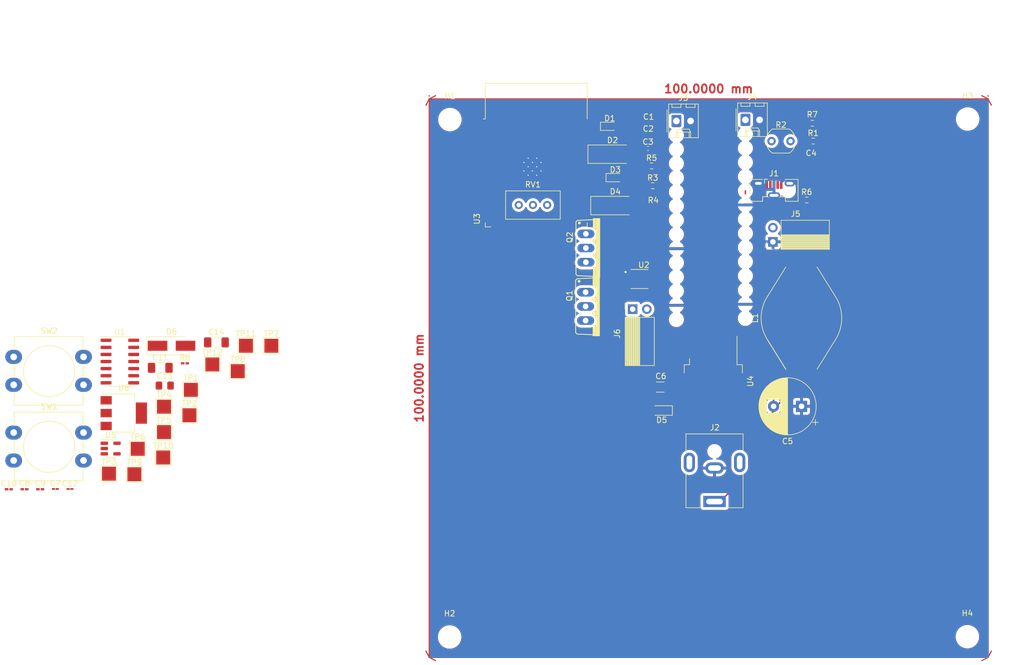
<source format=kicad_pcb>
(kicad_pcb (version 20211014) (generator pcbnew)
  (layers (0 "F.Cu" signal) (31 "B.Cu" signal) (34 "B.Paste" user) (35 "F.Paste" user) (36 "B.SilkS" user "B.Silkscreen") (37 "F.SilkS" user "F.Silkscreen") (38 "B.Mask" user) (39 "F.Mask" user) (44 "Edge.Cuts" user))
  (net 0 "")
  (net 1 "Net-(C1-Pad1)")
  (net 2 "Net-(C3-Pad1)")
  (net 3 "GND")
  (net 4 "+9V")
  (net 5 "+5V")
  (net 6 "/FWD")
  (net 7 "/REV")
  (net 8 "Net-(D3-Pad1)")
  (net 9 "Net-(D3-Pad2)")
  (net 10 "Net-(D4-Pad2)")
  (net 11 "Net-(D5-Pad1)")
  (net 12 "Net-(J1-Pad2)")
  (net 13 "/3V3")
  (net 14 "/V_PHOTO")
  (net 15 "Net-(J6-Pad1)")
  (net 16 "Net-(J6-Pad2)")
  (net 17 "Net-(R1-Pad1)")
  (net 18 "Net-(C7-Pad1)")
  (net 19 "Net-(Q2-PadS)")
  (net 20 "Net-(C10-Pad1)")
  (net 21 "+3V3")
  (net 22 "Net-(Q1-PadD)")
  (net 23 "Net-(J5-Pad2)")
  (net 24 "Net-(C14-Pad1)")
  (net 25 "Net-(D1-Pad2)")
  (net 26 "Net-(J1-Pad3)")
  (net 29 "Net-(J3-Pad1)")
  (net 30 "Net-(U2-Pad2)")
  (net 31 "Net-(U2-Pad11)")
  (net 32 "/LED")
  (net 33 "/SNS")
  (net 34 "Net-(R4-Pad1)")
  (net 35 "Net-(R5-Pad1)")
  (net 36 "Net-(R6-Pad1)")
  (net 37 "/flash")
  (net 51 "/TXD0")
  (net 52 "/RXD0")
  (net 78 "/open{slash}close button (input)")
  (net 79 "/led (output)")
  (footprint "Capacitor_THT:CP_Radial_D10.0mm_P5.00mm" (layer "F.Cu") (at 250.617677 120.95 180)
    (fp_text reference "C5" (at 2.5 -6.25) (layer "F.SilkS"))
    (fp_text value "470u")
    (pad "1" thru_hole rect (at 0 0 180) (size 2 2) (drill 1) (layers *.Cu *.Mask) (net 3 "GND"))
    (pad "2" thru_hole circle (at 5 0 180) (size 2 2) (drill 1) (layers *.Cu *.Mask) (net 4 "+9V"))
  )
  (footprint "Resistor_SMD:R_0201_0603Metric_Pad0.64x0.40mm_HandSolder" (layer "F.Cu") (at 140.28 113.25)
    (fp_text reference "R8" (at 0 -1.05) (layer "F.SilkS"))
    (fp_text value "10k")
    (pad "1" smd roundrect (at -0.4075 0) (size 0.635 0.4) (layers "F.Cu" "F.Mask") (net 21 "+3V3"))
    (pad "2" smd roundrect (at 0.4075 0) (size 0.635 0.4) (layers "F.Cu" "F.Mask") (net 18 "Net-(C7-Pad1)"))
  )
  (footprint "Resistor_SMD:R_0603_1608Metric_Pad0.98x0.95mm_HandSolder" (layer "F.Cu") (at 251.55 84)
    (fp_text reference "R6" (at 0 -1.43) (layer "F.SilkS"))
    (fp_text value "1k")
    (pad "1" smd roundrect (at -0.9125 0) (size 0.975 0.95) (layers "F.Cu" "F.Paste" "F.Mask") (net 36 "Net-(R6-Pad1)"))
    (pad "2" smd roundrect (at 0.9125 0) (size 0.975 0.95) (layers "F.Cu" "F.Paste" "F.Mask") (net 9 "Net-(D3-Pad2)"))
  )
  (footprint "TestPoint:TestPoint_Pad_2.5x2.5mm" (layer "F.Cu") (at 136.54 125.56)
    (fp_text reference "TP5" (at 0 -2.148) (layer "F.SilkS"))
    (fp_text value "TestPoint")
    (pad "1" smd rect (at 0 0) (size 2.5 2.5) (layers "F.Cu" "F.Mask"))
  )
  (footprint "Connector_Molex:Molex_KK-254_AE-6410-02A_1x02_P2.54mm_Vertical" (layer "F.Cu") (at 240.575 69.65)
    (fp_text reference "J4" (at 1.27 -4.12) (layer "F.SilkS"))
    (fp_text value "MOTOR")
    (pad "1" thru_hole roundrect (at 0 0) (size 1.74 2.19) (drill 1.19) (layers *.Cu *.Mask) (roundrect_rratio 0.143678) (net 30 "Net-(U2-Pad2)"))
    (pad "2" thru_hole oval (at 2.54 0) (size 1.74 2.19) (drill 1.19) (layers *.Cu *.Mask) (net 31 "Net-(U2-Pad11)"))
  )
  (footprint "Capacitor_SMD:C_0201_0603Metric_Pad0.64x0.40mm_HandSolder" (layer "F.Cu") (at 114.39 135.8)
    (fp_text reference "C9" (at 0 -1.05) (layer "F.SilkS"))
    (fp_text value "1u")
    (pad "1" smd roundrect (at -0.4075 0) (size 0.635 0.4) (layers "F.Cu" "F.Mask") (net 5 "+5V"))
    (pad "2" smd roundrect (at 0.4075 0) (size 0.635 0.4) (layers "F.Cu" "F.Mask") (net 3 "GND"))
  )
  (footprint "Capacitor_SMD:C_0402_1005Metric_Pad0.74x0.62mm_HandSolder" (layer "F.Cu") (at 223.15 74.75)
    (fp_text reference "C3" (at 0 -1.16) (layer "F.SilkS"))
    (fp_text value ".47u")
    (pad "1" smd roundrect (at -0.5675 0) (size 0.735 0.62) (layers "F.Cu" "F.Paste" "F.Mask") (net 2 "Net-(C3-Pad1)"))
    (pad "2" smd roundrect (at 0.5675 0) (size 0.735 0.62) (layers "F.Cu" "F.Paste" "F.Mask") (net 3 "GND"))
  )
  (footprint "Capacitor_SMD:C_0201_0603Metric_Pad0.64x0.40mm_HandSolder" (layer "F.Cu") (at 111.58 135.8)
    (fp_text reference "C8" (at 0 -1.05) (layer "F.SilkS"))
    (fp_text value "1u")
    (pad "1" smd roundrect (at -0.4075 0) (size 0.635 0.4) (layers "F.Cu" "F.Mask") (net 18 "Net-(C7-Pad1)"))
    (pad "2" smd roundrect (at 0.4075 0) (size 0.635 0.4) (layers "F.Cu" "F.Mask") (net 3 "GND"))
  )
  (footprint "Button_Switch_THT:SW_PUSH-12mm_Wuerth-430476085716" (layer "F.Cu") (at 109.64 125.65)
    (fp_text reference "SW1" (at 6.35 -4.66) (layer "F.SilkS"))
    (fp_text value "SW_Push")
    (pad "1" thru_hole oval (at 0 0) (size 3 2.5) (drill 1.2) (layers *.Cu *.Mask) (net 3 "GND"))
    (pad "1" thru_hole oval (at 12.5 0) (size 3 2.5) (drill 1.2) (layers *.Cu *.Mask) (net 3 "GND"))
    (pad "2" thru_hole oval (at 0 5) (size 3 2.5) (drill 1.2) (layers *.Cu *.Mask) (net 18 "Net-(C7-Pad1)"))
    (pad "2" thru_hole oval (at 12.5 5) (size 3 2.5) (drill 1.2) (layers *.Cu *.Mask) (net 18 "Net-(C7-Pad1)"))
  )
  (footprint "Capacitor_SMD:C_1206_3216Metric_Pad1.33x1.80mm_HandSolder" (layer "F.Cu") (at 145.92 109.5)
    (fp_text reference "C14" (at 0 -1.85) (layer "F.SilkS"))
    (fp_text value "22u")
    (pad "1" smd roundrect (at -1.5625 0) (size 1.325 1.8) (layers "F.Cu" "F.Paste" "F.Mask") (roundrect_rratio 0.188679) (net 24 "Net-(C14-Pad1)"))
    (pad "2" smd roundrect (at 1.5625 0) (size 1.325 1.8) (layers "F.Cu" "F.Paste" "F.Mask") (roundrect_rratio 0.188679) (net 3 "GND"))
  )
  (footprint "TestPoint:TestPoint_Pad_2.5x2.5mm" (layer "F.Cu") (at 126.69 133.01)
    (fp_text reference "TP3" (at 0 -2.148) (layer "F.SilkS"))
    (fp_text value "TestPoint")
    (pad "1" smd rect (at 0 0) (size 2.5 2.5) (layers "F.Cu" "F.Mask"))
  )
  (footprint "Package_SO:SOIC-14_3.9x8.7mm_P1.27mm" (layer "F.Cu") (at 128.64 112.93)
    (fp_text reference "U1" (at 0 -5.28) (layer "F.SilkS"))
    (fp_text value "MCP2221AxSL")
    (pad "1" smd roundrect (at -2.475 -3.81) (size 1.95 0.6) (layers "F.Cu" "F.Paste" "F.Mask") (net 1 "Net-(C1-Pad1)"))
    (pad "2" smd roundrect (at -2.475 -2.54) (size 1.95 0.6) (layers "F.Cu" "F.Paste" "F.Mask") (net 36 "Net-(R6-Pad1)"))
    (pad "3" smd roundrect (at -2.475 -1.27) (size 1.95 0.6) (layers "F.Cu" "F.Paste" "F.Mask") (net 35 "Net-(R5-Pad1)"))
    (pad "4" smd roundrect (at -2.475 0) (size 1.95 0.6) (layers "F.Cu" "F.Paste" "F.Mask"))
    (pad "5" smd roundrect (at -2.475 1.27) (size 1.95 0.6) (layers "F.Cu" "F.Paste" "F.Mask") (net 51 "/TXD0"))
    (pad "6" smd roundrect (at -2.475 2.54) (size 1.95 0.6) (layers "F.Cu" "F.Paste" "F.Mask") (net 52 "/RXD0"))
    (pad "7" smd roundrect (at -2.475 3.81) (size 1.95 0.6) (layers "F.Cu" "F.Paste" "F.Mask"))
    (pad "8" smd roundrect (at 2.475 3.81) (size 1.95 0.6) (layers "F.Cu" "F.Paste" "F.Mask"))
    (pad "9" smd roundrect (at 2.475 2.54) (size 1.95 0.6) (layers "F.Cu" "F.Paste" "F.Mask"))
    (pad "10" smd roundrect (at 2.475 1.27) (size 1.95 0.6) (layers "F.Cu" "F.Paste" "F.Mask"))
    (pad "11" smd roundrect (at 2.475 0) (size 1.95 0.6) (layers "F.Cu" "F.Paste" "F.Mask") (net 2 "Net-(C3-Pad1)"))
    (pad "12" smd roundrect (at 2.475 -1.27) (size 1.95 0.6) (layers "F.Cu" "F.Paste" "F.Mask") (net 12 "Net-(J1-Pad2)"))
    (pad "13" smd roundrect (at 2.475 -2.54) (size 1.95 0.6) (layers "F.Cu" "F.Paste" "F.Mask") (net 26 "Net-(J1-Pad3)"))
    (pad "14" smd roundrect (at 2.475 -3.81) (size 1.95 0.6) (layers "F.Cu" "F.Paste" "F.Mask") (net 3 "GND"))
  )
  (footprint "Capacitor_SMD:C_0201_0603Metric_Pad0.64x0.40mm_HandSolder" (layer "F.Cu") (at 223.25 70.15)
    (fp_text reference "C1" (at 0 -1.05) (layer "F.SilkS"))
    (fp_text value "1u")
    (pad "1" smd roundrect (at -0.4075 0) (size 0.635 0.4) (layers "F.Cu" "F.Mask") (net 1 "Net-(C1-Pad1)"))
    (pad "2" smd roundrect (at 0.4075 0) (size 0.635 0.4) (layers "F.Cu" "F.Mask") (net 3 "GND"))
  )
  (footprint "TestPoint:TestPoint_Pad_2.5x2.5mm" (layer "F.Cu") (at 131.84 128.56)
    (fp_text reference "TP6" (at 0 -2.148) (layer "F.SilkS"))
    (fp_text value "TestPoint")
    (pad "1" smd rect (at 0 0) (size 2.5 2.5) (layers "F.Cu" "F.Mask"))
  )
  (footprint "TestPoint:TestPoint_Pad_2.5x2.5mm" (layer "F.Cu") (at 145.19 113.45)
    (fp_text reference "TP12" (at 0 -2.148) (layer "F.SilkS"))
    (fp_text value "TestPoint")
    (pad "1" smd rect (at 0 0) (size 2.5 2.5) (layers "F.Cu" "F.Mask"))
  )
  (footprint "MountingHole:MountingHole_3.2mm_M3" (layer "F.Cu") (at 280.35 69.5)
    (fp_text reference "H3" (at 0 -4.2) (layer "F.SilkS"))
    (fp_text value "MountingHole")
    (pad "" np_thru_hole circle (at 0 0) (size 3.2 3.2) (drill 3.2) (layers *.Cu *.Mask))
  )
  (footprint "TestPoint:TestPoint_Pad_2.5x2.5mm" (layer "F.Cu") (at 151.2 110.1)
    (fp_text reference "TP11" (at 0 -2.148) (layer "F.SilkS"))
    (fp_text value "TestPoint")
    (pad "1" smd rect (at 0 0) (size 2.5 2.5) (layers "F.Cu" "F.Mask"))
  )
  (footprint "Resistor_SMD:R_0603_1608Metric_Pad0.98x0.95mm_HandSolder" (layer "F.Cu") (at 252.7 73.45)
    (fp_text reference "R1" (at 0 -1.43) (layer "F.SilkS"))
    (fp_text value "20k")
    (pad "1" smd roundrect (at -0.9125 0) (size 0.975 0.95) (layers "F.Cu" "F.Paste" "F.Mask") (net 17 "Net-(R1-Pad1)"))
    (pad "2" smd roundrect (at 0.9125 0) (size 0.975 0.95) (layers "F.Cu" "F.Paste" "F.Mask") (net 3 "GND"))
  )
  (footprint "LED_SMD:LED_0603_1608Metric_Pad1.05x0.95mm_HandSolder" (layer "F.Cu") (at 217.3 80)
    (fp_text reference "D3" (at 0 -1.43) (layer "F.SilkS"))
    (fp_text value "LED")
    (pad "1" smd roundrect (at -0.875 0) (size 1.05 0.95) (layers "F.Cu" "F.Paste" "F.Mask") (net 3 "GND"))
    (pad "2" smd roundrect (at 0.875 0) (size 1.05 0.95) (layers "F.Cu" "F.Paste" "F.Mask") (net 9 "Net-(D3-Pad2)"))
  )
  (footprint "TestPoint:TestPoint_Pad_2.5x2.5mm" (layer "F.Cu") (at 149.74 114.65)
    (fp_text reference "TP8" (at 0 -2.148) (layer "F.SilkS"))
    (fp_text value "TestPoint")
    (pad "1" smd rect (at 0 0) (size 2.5 2.5) (layers "F.Cu" "F.Mask"))
  )
  (footprint "Diode_SMD:D_SMA_Handsoldering" (layer "F.Cu") (at 217.3 85)
    (fp_text reference "D4" (at 0 -2.5) (layer "F.SilkS"))
    (fp_text value "D")
    (pad "1" smd rect (at -2.5 0) (size 3.5 1.8) (layers "F.Cu" "F.Paste" "F.Mask") (net 21 "+3V3"))
    (pad "2" smd rect (at 2.5 0) (size 3.5 1.8) (layers "F.Cu" "F.Paste" "F.Mask") (net 20 "Net-(C10-Pad1)"))
  )
  (footprint "Capacitor_SMD:C_1206_3216Metric_Pad1.33x1.80mm_HandSolder" (layer "F.Cu") (at 225.35 117.5 180)
    (fp_text reference "C6" (at -0.1 1.95) (layer "F.SilkS"))
    (fp_text value "220u")
    (pad "1" smd roundrect (at -1.5625 0 180) (size 1.325 1.8) (layers "F.Cu" "F.Paste" "F.Mask") (roundrect_rratio 0.188679) (net 5 "+5V"))
    (pad "2" smd roundrect (at 1.5625 0 180) (size 1.325 1.8) (layers "F.Cu" "F.Paste" "F.Mask") (roundrect_rratio 0.188679) (net 3 "GND"))
  )
  (footprint "Button_Switch_THT:SW_PUSH-12mm_Wuerth-430476085716" (layer "F.Cu") (at 109.64 112.1)
    (fp_text reference "SW2" (at 6.35 -4.66) (layer "F.SilkS"))
    (fp_text value "SW_Push")
    (pad "1" thru_hole oval (at 12.5 0) (size 3 2.5) (drill 1.2) (layers *.Cu *.Mask) (net 37 "/flash"))
    (pad "1" thru_hole oval (at 0 0) (size 3 2.5) (drill 1.2) (layers *.Cu *.Mask) (net 37 "/flash"))
    (pad "2" thru_hole oval (at 12.5 5) (size 3 2.5) (drill 1.2) (layers *.Cu *.Mask) (net 3 "GND"))
    (pad "2" thru_hole oval (at 0 5) (size 3 2.5) (drill 1.2) (layers *.Cu *.Mask) (net 3 "GND"))
  )
  (footprint "LED_SMD:LED_0603_1608Metric_Pad1.05x0.95mm_HandSolder" (layer "F.Cu") (at 216.3 70.8)
    (fp_text reference "D1" (at 0 -1.43) (layer "F.SilkS"))
    (fp_text value "LED")
    (pad "1" smd roundrect (at -0.875 0) (size 1.05 0.95) (layers "F.Cu" "F.Paste" "F.Mask") (net 3 "GND"))
    (pad "2" smd roundrect (at 0.875 0) (size 1.05 0.95) (layers "F.Cu" "F.Paste" "F.Mask") (net 25 "Net-(D1-Pad2)"))
  )
  (footprint "IRF520:TO220BV" (layer "F.Cu") (at 214.5721 92.603335 -90)
    (fp_text reference "Q2" (at -1.90846 5.42001 -90) (layer "F.SilkS") (effects (font (size 1.001811 1.001811))))
    (fp_text value "IRF520")
    (pad "D" thru_hole oval locked (at 0 2.54 270) (size 1.524 3.048) (drill 1.016) (layers *.Cu *.Mask) (net 22 "Net-(Q1-PadD)"))
    (pad "G" thru_hole oval locked (at -2.54 2.54 270) (size 1.524 3.048) (drill 1.016) (layers *.Cu *.Mask) (net 6 "/FWD"))
    (pad "S" thru_hole oval locked (at 2.54 2.54 270) (size 1.524 3.048) (drill 1.016) (layers *.Cu *.Mask) (net 19 "Net-(Q2-PadS)"))
  )
  (footprint "Resistor_SMD:R_0603_1608Metric_Pad0.98x0.95mm_HandSolder" (layer "F.Cu") (at 224 81.45)
    (fp_text reference "R3" (at 0 -1.43) (layer "F.SilkS"))
    (fp_text value "1k")
    (pad "1" smd roundrect (at -0.9125 0) (size 0.975 0.95) (layers "F.Cu" "F.Paste" "F.Mask") (net 33 "/SNS"))
    (pad "2" smd roundrect (at 0.9125 0) (size 0.975 0.95) (layers "F.Cu" "F.Paste" "F.Mask") (net 3 "GND"))
  )
  (footprint "Capacitor_SMD:C_01005_0402Metric_Pad0.57x0.30mm_HandSolder" (layer "F.Cu") (at 117.1 135.75)
    (fp_text reference "C7" (at 0 -1) (layer "F.SilkS"))
    (fp_text value ".1u")
    (pad "1" smd roundrect (at -0.3375 0) (size 0.575 0.3) (layers "F.Cu" "F.Mask") (net 18 "Net-(C7-Pad1)"))
    (pad "2" smd roundrect (at 0.3375 0) (size 0.575 0.3) (layers "F.Cu" "F.Mask") (net 3 "GND"))
  )
  (footprint "Capacitor_SMD:C_0201_0603Metric_Pad0.64x0.40mm_HandSolder" (layer "F.Cu") (at 108.77 135.8)
    (fp_text reference "C10" (at 0 -1.05) (layer "F.SilkS"))
    (fp_text value "1u")
    (pad "1" smd roundrect (at -0.4075 0) (size 0.635 0.4) (layers "F.Cu" "F.Mask") (net 20 "Net-(C10-Pad1)"))
    (pad "2" smd roundrect (at 0.4075 0) (size 0.635 0.4) (layers "F.Cu" "F.Mask") (net 3 "GND"))
  )
  (footprint "Capacitor_SMD:C_1206_3216Metric_Pad1.33x1.80mm_HandSolder" (layer "F.Cu") (at 135.87 114.05)
    (fp_text reference "C11" (at 0 -1.85) (layer "F.SilkS"))
    (fp_text value "22u")
    (pad "1" smd roundrect (at -1.5625 0) (size 1.325 1.8) (layers "F.Cu" "F.Paste" "F.Mask") (roundrect_rratio 0.188679) (net 21 "+3V3"))
    (pad "2" smd roundrect (at 1.5625 0) (size 1.325 1.8) (layers "F.Cu" "F.Paste" "F.Mask") (roundrect_rratio 0.188679) (net 3 "GND"))
  )
  (footprint "Connector_BarrelJack:BarrelJack_CUI_PJ-063AH_Horizontal" (layer "F.Cu") (at 235.05 138 180)
    (fp_text reference "J2" (at -0.05 13.25) (layer "F.SilkS"))
    (fp_text value "9V_IN")
    (pad "" np_thru_hole circle (at 0 9 180) (size 1.6 1.6) (drill 1.6) (layers *.Cu *.Mask))
    (pad "1" thru_hole rect (at 0 0 180) (size 4 2) (drill oval 3 1) (layers *.Cu *.Mask) (net 4 "+9V"))
    (pad "2" thru_hole oval (at 0 6 180) (size 3.3 2) (drill oval 2.3 1) (layers *.Cu *.Mask) (net 3 "GND"))
    (pad "MP" thru_hole oval (at 4.5 7 180) (size 2 3.5) (drill oval 1 2.5) (layers *.Cu *.Mask))
    (pad "MP" thru_hole oval (at -4.5 7 180) (size 2 3.5) (drill oval 1 2.5) (layers *.Cu *.Mask))
  )
  (footprint "TestPoint:TestPoint_Pad_2.5x2.5mm" (layer "F.Cu") (at 155.75 110.1)
    (fp_text reference "TP7" (at 0 -2.148) (layer "F.SilkS"))
    (fp_text value "TestPoint")
    (pad "1" smd rect (at 0 0) (size 2.5 2.5) (layers "F.Cu" "F.Mask"))
  )
  (footprint "TestPoint:TestPoint_Pad_2.5x2.5mm" (layer "F.Cu") (at 131.24 133.11)
    (fp_text reference "TP9" (at 0 -2.148) (layer "F.SilkS"))
    (fp_text value "TestPoint")
    (pad "1" smd rect (at 0 0) (size 2.5 2.5) (layers "F.Cu" "F.Mask"))
  )
  (footprint "Package_TO_SOT_SMD:SOT-23-5" (layer "F.Cu") (at 126.99 128.51)
    (fp_text reference "U5" (at 0 -2.4) (layer "F.SilkS"))
    (fp_text value "AP2112K-3.3")
    (pad "1" smd roundrect (at -1.1375 -0.95) (size 1.325 0.6) (layers "F.Cu" "F.Paste" "F.Mask") (net 5 "+5V"))
    (pad "2" smd roundrect (at -1.1375 0) (size 1.325 0.6) (layers "F.Cu" "F.Paste" "F.Mask") (net 3 "GND"))
    (pad "3" smd roundrect (at -1.1375 0.95) (size 1.325 0.6) (layers "F.Cu" "F.Paste" "F.Mask") (net 5 "+5V"))
    (pad "4" smd roundrect (at 1.1375 0.95) (size 1.325 0.6) (layers "F.Cu" "F.Paste" "F.Mask"))
    (pad "5" smd roundrect (at 1.1375 -0.95) (size 1.325 0.6) (layers "F.Cu" "F.Paste" "F.Mask") (net 20 "Net-(C10-Pad1)"))
  )
  (footprint "IRF520:TO220BV" (layer "F.Cu") (at 214.5221 103.053335 -90)
    (fp_text reference "Q1" (at -1.90846 5.42001 -90) (layer "F.SilkS") (effects (font (size 1.001811 1.001811))))
    (fp_text value "IRF520")
    (pad "D" thru_hole oval locked (at 0 2.54 270) (size 1.524 3.048) (drill 1.016) (layers *.Cu *.Mask) (net 4 "+9V"))
    (pad "G" thru_hole oval locked (at -2.54 2.54 270) (size 1.524 3.048) (drill 1.016) (layers *.Cu *.Mask) (net 32 "/LED"))
    (pad "S" thru_hole oval locked (at 2.54 2.54 270) (size 1.524 3.048) (drill 1.016) (layers *.Cu *.Mask) (net 29 "Net-(J3-Pad1)"))
  )
  (footprint "Resistor_SMD:R_0603_1608Metric_Pad0.98x0.95mm_HandSolder" (layer "F.Cu") (at 223.8 77.9)
    (fp_text reference "R5" (at 0 -1.43) (layer "F.SilkS"))
    (fp_text value "1k")
    (pad "1" smd roundrect (at -0.9125 0) (size 0.975 0.95) (layers "F.Cu" "F.Paste" "F.Mask") (net 35 "Net-(R5-Pad1)"))
    (pad "2" smd roundrect (at 0.9125 0) (size 0.975 0.95) (layers "F.Cu" "F.Paste" "F.Mask") (net 25 "Net-(D1-Pad2)"))
  )
  (footprint "OptoDevice:R_LDR_5.1x4.3mm_P3.4mm_Vertical" (layer "F.Cu") (at 245.25 73.45)
    (fp_text reference "R2" (at 1.7 -2.9) (layer "F.SilkS"))
    (fp_text value "R_Photo")
    (pad "1" thru_hole circle (at 0 0) (size 1.5 1.5) (drill 0.8) (layers *.Cu *.Mask) (net 21 "+3V3"))
    (pad "2" thru_hole circle (at 3.4 0) (size 1.5 1.5) (drill 0.8) (layers *.Cu *.Mask) (net 17 "Net-(R1-Pad1)"))
  )
  (footprint "RF_Module:ESP32-WROOM-32" (layer "F.Cu") (at 203.15 78.95)
    (fp_text reference "U3" (at -10.61 8.43 90) (layer "F.SilkS"))
    (fp_text value "ESP32-WROOM-32")
    (pad "1" smd rect (at -8.75 -8.25) (size 1.5 0.9) (layers "F.Cu" "F.Paste" "F.Mask") (net 3 "GND"))
    (pad "2" smd rect (at -8.75 -6.98) (size 1.5 0.9) (layers "F.Cu" "F.Paste" "F.Mask") (net 21 "+3V3"))
    (pad "3" smd rect (at -8.75 -5.71) (size 1.5 0.9) (layers "F.Cu" "F.Paste" "F.Mask") (net 18 "Net-(C7-Pad1)"))
    (pad "4" smd rect (at -8.75 -4.44) (size 1.5 0.9) (layers "F.Cu" "F.Paste" "F.Mask") (net 14 "/V_PHOTO"))
    (pad "5" smd rect (at -8.75 -3.17) (size 1.5 0.9) (layers "F.Cu" "F.Paste" "F.Mask"))
    (pad "6" smd rect (at -8.75 -1.9) (size 1.5 0.9) (layers "F.Cu" "F.Paste" "F.Mask"))
    (pad "7" smd rect (at -8.75 -0.63) (size 1.5 0.9) (layers "F.Cu" "F.Paste" "F.Mask"))
    (pad "8" smd rect (at -8.75 0.64) (size 1.5 0.9) (layers "F.Cu" "F.Paste" "F.Mask"))
    (pad "9" smd rect (at -8.75 1.91) (size 1.5 0.9) (layers "F.Cu" "F.Paste" "F.Mask"))
    (pad "10" smd rect (at -8.75 3.18) (size 1.5 0.9) (layers "F.Cu" "F.Paste" "F.Mask"))
    (pad "11" smd rect (at -8.75 4.45) (size 1.5 0.9) (layers "F.Cu" "F.Paste" "F.Mask"))
    (pad "12" smd rect (at -8.75 5.72) (size 1.5 0.9) (layers "F.Cu" "F.Paste" "F.Mask"))
    (pad "13" smd rect (at -8.75 6.99) (size 1.5 0.9) (layers "F.Cu" "F.Paste" "F.Mask"))
    (pad "14" smd rect (at -8.75 8.26) (size 1.5 0.9) (layers "F.Cu" "F.Paste" "F.Mask"))
    (pad "15" smd rect (at -5.71 9.51 90) (size 1.5 0.9) (layers "F.Cu" "F.Paste" "F.Mask") (net 3 "GND"))
    (pad "16" smd rect (at -4.44 9.51 90) (size 1.5 0.9) (layers "F.Cu" "F.Paste" "F.Mask"))
    (pad "17" smd rect (at -3.17 9.51 90) (size 1.5 0.9) (layers "F.Cu" "F.Paste" "F.Mask"))
    (pad "18" smd rect (at -1.9 9.51 90) (size 1.5 0.9) (layers "F.Cu" "F.Paste" "F.Mask"))
    (pad "19" smd rect (at -0.63 9.51 90) (size 1.5 0.9) (layers "F.Cu" "F.Paste" "F.Mask"))
    (pad "20" smd rect (at 0.64 9.51 90) (size 1.5 0.9) (layers "F.Cu" "F.Paste" "F.Mask"))
    (pad "21" smd rect (at 1.91 9.51 90) (size 1.5 0.9) (layers "F.Cu" "F.Paste" "F.Mask"))
    (pad "22" smd rect (at 3.18 9.51 90) (size 1.5 0.9) (layers "F.Cu" "F.Paste" "F.Mask"))
    (pad "23" smd rect (at 4.45 9.51 90) (size 1.5 0.9) (layers "F.Cu" "F.Paste" "F.Mask"))
    (pad "24" smd rect (at 5.72 9.51 90) (size 1.5 0.9) (layers "F.Cu" "F.Paste" "F.Mask"))
    (pad "25" smd rect (at 8.75 8.26) (size 1.5 0.9) (layers "F.Cu" "F.Paste" "F.Mask") (net 37 "/flash"))
    (pad "26" smd rect (at 8.75 6.99) (size 1.5 0.9) (layers "F.Cu" "F.Paste" "F.Mask"))
    (pad "27" smd rect (at 8.75 5.72) (size 1.5 0.9) (layers "F.Cu" "F.Paste" "F.Mask") (net 78 "/open{slash}close button (input)"))
    (pad "28" smd rect (at 8.75 4.45) (size 1.5 0.9) (layers "F.Cu" "F.Paste" "F.Mask") (net 79 "/led (output)"))
    (pad "29" smd rect (at 8.75 3.18) (size 1.5 0.9) (layers "F.Cu" "F.Paste" "F.Mask"))
    (pad "30" smd rect (at 8.75 1.91) (size 1.5 0.9) (layers "F.Cu" "F.Paste" "F.Mask") (net 6 "/FWD"))
    (pad "31" smd rect (at 8.75 0.64) (size 1.5 0.9) (layers "F.Cu" "F.Paste" "F.Mask") (net 7 "/REV"))
    (pad "32" smd rect (at 8.75 -0.63) (size 1.5 0.9) (layers "F.Cu" "F.Paste" "F.Mask"))
    (pad "33" smd rect (at 8.75 -1.9) (size 1.5 0.9) (layers "F.Cu" "F.Paste" "F.Mask"))
    (pad "34" smd rect (at 8.75 -3.17) (size 1.5 0.9) (layers "F.Cu" "F.Paste" "F.Mask") (net 52 "/RXD0"))
    (pad "35" smd rect (at 8.75 -4.44) (size 1.5 0.9) (layers "F.Cu" "F.Paste" "F.Mask") (net 51 "/TXD0"))
    (pad "36" smd rect (at 8.75 -5.71) (size 1.5 0.9) (layers "F.Cu" "F.Paste" "F.Mask"))
    (pad "37" smd rect (at 8.75 -6.98) (size 1.5 0.9) (layers "F.Cu" "F.Paste" "F.Mask"))
    (pad "38" smd rect (at 8.75 -8.25) (size 1.5 0.9) (layers "F.Cu" "F.Paste" "F.Mask") (net 3 "GND"))
    (pad "39" smd rect (at 0.845 0.615) (size 1.05 1.05) (layers "F.Cu" "F.Paste") (net 3 "GND"))
    (pad "39" thru_hole circle (at -1.4425 0.615) (size 0.475 0.475) (drill 0.2) (property pad_prop_heatsink) (layers *.Cu "F.Mask") (net 3 "GND"))
    (pad "39" thru_hole circle (at 0.0825 -2.435) (size 0.475 0.475) (drill 0.2) (property pad_prop_heatsink) (layers *.Cu "F.Mask") (net 3 "GND"))
    (pad "39" smd rect (at -2.205 -2.435) (size 1.05 1.05) (layers "F.Cu" "F.Paste") (net 3 "GND"))
    (pad "39" smd rect (at -0.68 -0.91) (size 1.05 1.05) (layers "F.Cu" "F.Paste") (net 3 "GND"))
    (pad "39" thru_hole circle (at 0.845 -1.6725) (size 0.475 0.475) (drill 0.2) (property pad_prop_heatsink) (layers *.Cu "F.Mask") (net 3 "GND"))
    (pad "39" thru_hole circle (at -2.205 -1.6725) (size 0.475 0.475) (drill 0.2) (property pad_prop_heatsink) (layers *.Cu "F.Mask") (net 3 "GND"))
    (pad "39" smd rect (at -0.68 -0.91) (size 4.2 4.2) (layers "F.Cu" "F.Mask") (net 3 "GND"))
    (pad "39" thru_hole circle (at 0.0825 0.615) (size 0.475 0.475) (drill 0.2) (property pad_prop_heatsink) (layers *.Cu "F.Mask") (net 3 "GND"))
    (pad "39" thru_hole circle (at -1.4425 -2.435) (size 0.475 0.475) (drill 0.2) (property pad_prop_heatsink) (layers *.Cu "F.Mask") (net 3 "GND"))
    (pad "39" smd rect (at -0.68 0.615) (size 1.05 1.05) (layers "F.Cu" "F.Paste") (net 3 "GND"))
    (pad "39" thru_hole circle (at -2.205 -0.1475) (size 0.475 0.475) (drill 0.2) (property pad_prop_heatsink) (layers *.Cu "F.Mask") (net 3 "GND"))
    (pad "39" thru_hole circle (at 0.0825 -0.91) (size 0.475 0.475) (drill 0.2) (property pad_prop_heatsink) (layers *.Cu "F.Mask") (net 3 "GND"))
    (pad "39" thru_hole circle (at -0.68 -1.6725) (size 0.475 0.475) (drill 0.2) (property pad_prop_heatsink) (layers *.Cu "F.Mask") (net 3 "GND"))
    (pad "39" thru_hole circle (at -1.4425 -0.91) (size 0.475 0.475) (drill 0.2) (property pad_prop_heatsink) (layers *.Cu "F.Mask") (net 3 "GND"))
    (pad "39" smd rect (at 0.845 -2.435) (size 1.05 1.05) (layers "F.Cu" "F.Paste") (net 3 "GND"))
    (pad "39" smd rect (at -2.205 -0.91) (size 1.05 1.05) (layers "F.Cu" "F.Paste") (net 3 "GND"))
    (pad "39" smd rect (at -0.68 -2.435) (size 1.05 1.05) (layers "F.Cu" "F.Paste") (net 3 "GND"))
    (pad "39" smd rect (at -2.205 0.615) (size 1.05 1.05) (layers "F.Cu" "F.Paste") (net 3 "GND"))
    (pad "39" thru_hole circle (at 0.845 -0.1475) (size 0.475 0.475) (drill 0.2) (property pad_prop_heatsink) (layers *.Cu "F.Mask") (net 3 "GND"))
    (pad "39" smd rect (at 0.845 -0.91) (size 1.05 1.05) (layers "F.Cu" "F.Paste") (net 3 "GND"))
    (pad "39" thru_hole circle (at -0.68 -0.1475) (size 0.475 0.475) (drill 0.2) (property pad_prop_heatsink) (layers *.Cu "F.Mask") (net 3 "GND"))
    (zone (net 0) (net_name "") (layers "F.Cu" "In1.Cu" "B.Cu") (connect_pads (clearance 0)) (min_thickness 0.254)
      (keepout (tracks not_allowed) (vias not_allowed) (pads not_allowed) (copperpour not_allowed) (footprints not_allowed))
      (fill (thermal_gap 0.508) (thermal_bridge_width 0.508))
      (polygon (pts (xy 179.15 69.15) (xy 227.15 69.15) (xy 227.15 48.21) (xy 179.15 48.21)))
    )
  )
  (footprint "Capacitor_SMD:C_0201_0603Metric_Pad0.64x0.40mm_HandSolder" (layer "F.Cu") (at 252.35 76.65)
    (fp_text reference "C4" (at 0 -1.05) (layer "F.SilkS"))
    (fp_text value "1u")
    (pad "1" smd roundrect (at -0.4075 0) (size 0.635 0.4) (layers "F.Cu" "F.Mask") (net 4 "+9V"))
    (pad "2" smd roundrect (at 0.4075 0) (size 0.635 0.4) (layers "F.Cu" "F.Mask") (net 3 "GND"))
  )
  (footprint "Resistor_SMD:R_0201_0603Metric_Pad0.64x0.40mm_HandSolder" (layer "F.Cu") (at 224.1 85.1)
    (fp_text reference "R4" (at 0 -1.05) (layer "F.SilkS"))
    (fp_text value "10k")
    (pad "1" smd roundrect (at -0.4075 0) (size 0.635 0.4) (layers "F.Cu" "F.Mask") (net 34 "Net-(R4-Pad1)"))
    (pad "2" smd roundrect (at 0.4075 0) (size 0.635 0.4) (layers "F.Cu" "F.Mask") (net 3 "GND"))
  )
  (footprint "TestPoint:TestPoint_Pad_2.5x2.5mm" (layer "F.Cu") (at 136.54 121.01)
    (fp_text reference "TP4" (at 0 -2.148) (layer "F.SilkS"))
    (fp_text value "TestPoint")
    (pad "1" smd rect (at 0 0) (size 2.5 2.5) (layers "F.Cu" "F.Mask"))
  )
  (footprint "Potentiometer_THT:Potentiometer_Bourns_3296W_Vertical" (layer "F.Cu") (at 205.1 84.9)
    (fp_text reference "RV1" (at -2.54 -3.66) (layer "F.SilkS"))
    (fp_text value "100k")
    (pad "1" thru_hole circle (at 0 0) (size 1.44 1.44) (drill 0.8) (layers *.Cu *.Mask) (net 10 "Net-(D4-Pad2)"))
    (pad "2" thru_hole circle (at -2.54 0) (size 1.44 1.44) (drill 0.8) (layers *.Cu *.Mask) (net 1 "Net-(C1-Pad1)"))
    (pad "3" thru_hole circle (at -5.08 0) (size 1.44 1.44) (drill 0.8) (layers *.Cu *.Mask) (net 8 "Net-(D3-Pad1)"))
  )
  (footprint "Diode_SMD:D_SMA_Handsoldering" (layer "F.Cu") (at 216.8 75.8)
    (fp_text reference "D2" (at 0 -2.5) (layer "F.SilkS"))
    (fp_text value "D")
    (pad "1" smd rect (at -2.5 0) (size 3.5 1.8) (layers "F.Cu" "F.Paste" "F.Mask") (net 21 "+3V3"))
    (pad "2" smd rect (at 2.5 0) (size 3.5 1.8) (layers "F.Cu" "F.Paste" "F.Mask") (net 2 "Net-(C3-Pad1)"))
  )
  (footprint "Connector_PinSocket_2.54mm:PinSocket_1x02_P2.54mm_Horizontal" (layer "F.Cu") (at 220.4 103.55 90)
    (fp_text reference "J6" (at -4.38 -2.77 90) (layer "F.SilkS"))
    (fp_text value "MOTOR")
    (pad "1" thru_hole rect (at 0 0 90) (size 1.7 1.7) (drill 1) (layers *.Cu *.Mask) (net 15 "Net-(J6-Pad1)"))
    (pad "2" thru_hole oval (at 0 2.54 90) (size 1.7 1.7) (drill 1) (layers *.Cu *.Mask) (net 16 "Net-(J6-Pad2)"))
  )
  (footprint "Diode_SMD:D_SMA_Handsoldering" (layer "F.Cu") (at 137.89 110.1)
    (fp_text reference "D6" (at 0 -2.5) (layer "F.SilkS"))
    (fp_text value "D")
    (pad "1" smd rect (at -2.5 0) (size 3.5 1.8) (layers "F.Cu" "F.Paste" "F.Mask") (net 21 "+3V3"))
    (pad "2" smd rect (at 2.5 0) (size 3.5 1.8) (layers "F.Cu" "F.Paste" "F.Mask") (net 24 "Net-(C14-Pad1)"))
  )
  (footprint "MAX14872ETC_:SON50P300X300X80-13N" (layer "F.Cu") (at 221.6225 98.15)
    (fp_text reference "U2" (at 0.785 -2.517) (layer "F.SilkS"))
    (fp_text value "MAX14872ETC+")
    (pad "1" smd roundrect locked (at -1.445 -1.25) (size 0.84 0.27) (layers "F.Cu" "F.Paste" "F.Mask") (roundrect_rratio 0.03) (net 33 "/SNS"))
    (pad "2" smd roundrect locked (at -1.445 -0.75) (size 0.84 0.27) (layers "F.Cu" "F.Paste" "F.Mask") (roundrect_rratio 0.03) (net 30 "Net-(U2-Pad2)"))
    (pad "3" smd roundrect locked (at -1.445 -0.25) (size 0.84 0.27) (layers "F.Cu" "F.Paste" "F.Mask") (roundrect_rratio 0.03) (net 4 "+9V"))
    (pad "4" smd roundrect locked (at -1.445 0.25) (size 0.84 0.27) (layers "F.Cu" "F.Paste" "F.Mask") (roundrect_rratio 0.03) (net 33 "/SNS"))
    (pad "5" smd roundrect locked (at -1.445 0.75) (size 0.84 0.27) (layers "F.Cu" "F.Paste" "F.Mask") (roundrect_rratio 0.03) (net 6 "/FWD"))
    (pad "6" smd roundrect locked (at -1.445 1.25) (size 0.84 0.27) (layers "F.Cu" "F.Paste" "F.Mask") (roundrect_rratio 0.03) (net 7 "/REV"))
    (pad "7" smd roundrect locked (at 1.445 1.25) (size 0.84 0.27) (layers "F.Cu" "F.Paste" "F.Mask") (roundrect_rratio 0.03))
    (pad "8" smd roundrect locked (at 1.445 0.75) (size 0.84 0.27) (layers "F.Cu" "F.Paste" "F.Mask") (roundrect_rratio 0.03) (net 34 "Net-(R4-Pad1)"))
    (pad "9" smd roundrect locked (at 1.445 0.25) (size 0.84 0.27) (layers "F.Cu" "F.Paste" "F.Mask") (roundrect_rratio 0.03) (net 3 "GND"))
    (pad "10" smd roundrect locked (at 1.445 -0.25) (size 0.84 0.27) (layers "F.Cu" "F.Paste" "F.Mask") (roundrect_rratio 0.03) (net 4 "+9V"))
    (pad "11" smd roundrect locked (at 1.445 -0.75) (size 0.84 0.27) (layers "F.Cu" "F.Paste" "F.Mask") (roundrect_rratio 0.03) (net 31 "Net-(U2-Pad11)"))
    (pad "12" smd roundrect locked (at 1.445 -1.25) (size 0.84 0.27) (layers "F.Cu" "F.Paste" "F.Mask") (roundrect_rratio 0.03) (net 33 "/SNS"))
    (pad "13" smd rect locked (at 0 0) (size 1.7 2.5) (layers "F.Cu" "F.Mask"))
  )
  (footprint "MountingHole:MountingHole_3.2mm_M3" (layer "F.Cu") (at 280.3 162.2)
    (fp_text reference "H4" (at 0 -4.2) (layer "F.SilkS"))
    (fp_text value "MountingHole")
    (pad "" np_thru_hole circle (at 0 0) (size 3.2 3.2) (drill 3.2) (layers *.Cu *.Mask))
  )
  (footprint "TestPoint:TestPoint_Pad_2.5x2.5mm" (layer "F.Cu") (at 136.39 130.11)
    (fp_text reference "TP10" (at 0 -2.148) (layer "F.SilkS"))
    (fp_text value "TestPoint")
    (pad "1" smd rect (at 0 0) (size 2.5 2.5) (layers "F.Cu" "F.Mask"))
  )
  (footprint "MountingHole:MountingHole_3.2mm_M3" (layer "F.Cu") (at 187.65 162.25)
    (fp_text reference "H2" (at 0 -4.2) (layer "F.SilkS"))
    (fp_text value "MountingHole")
    (pad "" np_thru_hole circle (at 0 0) (size 3.2 3.2) (drill 3.2) (layers *.Cu *.Mask))
  )
  (footprint "Capacitor_SMD:C_0805_2012Metric_Pad1.18x1.45mm_HandSolder" (layer "F.Cu") (at 136.67 117.23)
    (fp_text reference "C13" (at 0 -1.68) (layer "F.SilkS"))
    (fp_text value "10u")
    (pad "1" smd roundrect (at -1.0375 0) (size 1.175 1.45) (layers "F.Cu" "F.Paste" "F.Mask") (roundrect_rratio 0.212766) (net 4 "+9V"))
    (pad "2" smd roundrect (at 1.0375 0) (size 1.175 1.45) (layers "F.Cu" "F.Paste" "F.Mask") (roundrect_rratio 0.212766) (net 3 "GND"))
  )
  (footprint "TestPoint:TestPoint_Pad_2.5x2.5mm" (layer "F.Cu") (at 141.35 118)
    (fp_text reference "TP1" (at 0 -2.148) (layer "F.SilkS"))
    (fp_text value "TestPoint")
    (pad "1" smd rect (at 0 0) (size 2.5 2.5) (layers "F.Cu" "F.Mask"))
  )
  (footprint "Diode_SMD:D_SOD-323_HandSoldering" (layer "F.Cu") (at 225.6 121.7 180)
    (fp_text reference "D5" (at 0 -1.7) (layer "F.SilkS"))
    (fp_text value "D_Schottky")
    (pad "1" smd rect (at -1.25 0 180) (size 1 1) (layers "F.Cu" "F.Paste" "F.Mask") (net 11 "Net-(D5-Pad1)"))
    (pad "2" smd rect (at 1.25 0 180) (size 1 1) (layers "F.Cu" "F.Paste" "F.Mask") (net 3 "GND"))
  )
  (footprint "Package_TO_SOT_SMD:SOT-223" (layer "F.Cu") (at 129.34 122.16)
    (fp_text reference "U6" (at 0 -4.5) (layer "F.SilkS"))
    (fp_text value "AZ1117-3.3")
    (pad "1" smd rect (at -3.15 -2.3) (size 2 1.5) (layers "F.Cu" "F.Paste" "F.Mask") (net 3 "GND"))
    (pad "2" smd rect (at -3.15 0) (size 2 1.5) (layers "F.Cu" "F.Paste" "F.Mask") (net 24 "Net-(C14-Pad1)"))
    (pad "3" smd rect (at -3.15 2.3) (size 2 1.5) (layers "F.Cu" "F.Paste" "F.Mask") (net 4 "+9V"))
    (pad "4" smd rect (at 3.15 0) (size 2 3.8) (layers "F.Cu" "F.Paste" "F.Mask"))
  )
  (footprint "TestPoint:TestPoint_Pad_2.5x2.5mm" (layer "F.Cu") (at 141.09 122.55)
    (fp_text reference "TP2" (at 0 -2.148) (layer "F.SilkS"))
    (fp_text value "TestPoint")
    (pad "1" smd rect (at 0 0) (size 2.5 2.5) (layers "F.Cu" "F.Mask"))
  )
  (footprint "Connector_Molex:Molex_KK-254_AE-6410-02A_1x02_P2.54mm_Vertical" (layer "F.Cu") (at 228.225 69.85)
    (fp_text reference "J3" (at 1.27 -4.12) (layer "F.SilkS"))
    (fp_text value "LED")
    (pad "1" thru_hole roundrect (at 0 0) (size 1.74 2.19) (drill 1.19) (layers *.Cu *.Mask) (roundrect_rratio 0.143678) (net 29 "Net-(J3-Pad1)"))
    (pad "2" thru_hole oval (at 2.54 0) (size 1.74 2.19) (drill 1.19) (layers *.Cu *.Mask) (net 3 "GND"))
  )
  (footprint "MountingHole:MountingHole_3.2mm_M3" (layer "F.Cu") (at 187.7 69.6)
    (fp_text reference "H1" (at 0 -4.2) (layer "F.SilkS"))
    (fp_text value "MountingHole")
    (pad "" np_thru_hole circle (at 0 0) (size 3.2 3.2) (drill 3.2) (layers *.Cu *.Mask))
  )
  (footprint "Capacitor_SMD:C_0201_0603Metric_Pad0.64x0.40mm_HandSolder" (layer "F.Cu") (at 223.2 72.3)
    (fp_text reference "C2" (at 0 -1.05) (layer "F.SilkS"))
    (fp_text value "1u")
    (pad "1" smd roundrect (at -0.4075 0) (size 0.635 0.4) (layers "F.Cu" "F.Mask") (net 4 "+9V"))
    (pad "2" smd roundrect (at 0.4075 0) (size 0.635 0.4) (layers "F.Cu" "F.Mask") (net 3 "GND"))
  )
  (footprint "Capacitor_SMD:C_01005_0402Metric_Pad0.57x0.30mm_HandSolder" (layer "F.Cu") (at 119.71 135.75)
    (fp_text reference "C12" (at 0 -1) (layer "F.SilkS"))
    (fp_text value ".1u")
    (pad "1" smd roundrect (at -0.3375 0) (size 0.575 0.3) (layers "F.Cu" "F.Mask") (net 21 "+3V3"))
    (pad "2" smd roundrect (at 0.3375 0) (size 0.575 0.3) (layers "F.Cu" "F.Mask") (net 3 "GND"))
  )
  (footprint "Resistor_SMD:R_0603_1608Metric_Pad0.98x0.95mm_HandSolder" (layer "F.Cu") (at 252.55 70.25 180)
    (fp_text reference "R7" (at 0 1.55) (layer "F.SilkS"))
    (fp_text value "1k")
    (pad "1" smd roundrect (at -0.9125 0 180) (size 0.975 0.95) (layers "F.Cu" "F.Paste" "F.Mask") (net 17 "Net-(R1-Pad1)"))
    (pad "2" smd roundrect (at 0.9125 0 180) (size 0.975 0.95) (layers "F.Cu" "F.Paste" "F.Mask") (net 14 "/V_PHOTO"))
  )
  (footprint "Connector_PinSocket_2.54mm:PinSocket_1x02_P2.54mm_Horizontal" (layer "F.Cu") (at 245.5 91.5 180)
    (fp_text reference "J5" (at -4.05 5) (layer "F.SilkS"))
    (fp_text value "LED")
    (pad "1" thru_hole rect (at 0 0 180) (size 1.7 1.7) (drill 1) (layers *.Cu *.Mask) (net 3 "GND"))
    (pad "2" thru_hole oval (at 0 2.54 180) (size 1.7 1.7) (drill 1) (layers *.Cu *.Mask) (net 23 "Net-(J5-Pad2)"))
  )
  (footprint "Package_TO_SOT_SMD:TO-263-5_TabPin3" (layer "F.Cu") (at 234.825 116.45 -90)
    (fp_text reference "U4" (at 0 -6.65 90) (layer "F.SilkS"))
    (fp_text value "LM2596S-5")
    (pad "1" smd rect (at -5.775 -3.4 270) (size 4.6 1.1) (layers "F.Cu" "F.Paste" "F.Mask") (net 4 "+9V"))
    (pad "2" smd rect (at -5.775 -1.7 270) (size 4.6 1.1) (layers "F.Cu" "F.Paste" "F.Mask") (net 11 "Net-(D5-Pad1)"))
    (pad "3" smd rect (at 3.375 0 270) (size 9.4 10.8) (layers "F.Cu" "F.Mask") (net 3 "GND"))
    (pad "3" smd rect (at -5.775 0 270) (size 4.6 1.1) (layers "F.Cu" "F.Paste" "F.Mask") (net 3 "GND"))
    (pad "4" smd rect (at -5.775 1.7 270) (size 4.6 1.1) (layers "F.Cu" "F.Paste" "F.Mask") (net 5 "+5V"))
    (pad "5" smd rect (at -5.775 3.4 270) (size 4.6 1.1) (layers "F.Cu" "F.Paste" "F.Mask") (net 3 "GND"))
  )
  (footprint "Connector_USB:USB_Micro-B_Molex-105133-0031" (layer "F.Cu") (at 245.695 82.097)
    (fp_text reference "J1" (at 0 -2.85) (layer "F.SilkS"))
    (fp_text value "USB_B_Micro")
    (pad "1" smd rect (at -1.3 -0.825) (size 0.45 1.5) (layers "F.Cu" "F.Paste" "F.Mask") (net 1 "Net-(C1-Pad1)"))
    (pad "2" smd rect (at -0.65 -0.825) (size 0.45 1.5) (layers "F.Cu" "F.Paste" "F.Mask") (net 12 "Net-(J1-Pad2)"))
    (pad "3" smd rect (at 0 -0.825) (size 0.45 1.5) (layers "F.Cu" "F.Paste" "F.Mask") (net 26 "Net-(J1-Pad3)"))
    (pad "4" smd rect (at 0.65 -0.825) (size 0.45 1.5) (layers "F.Cu" "F.Paste" "F.Mask"))
    (pad "5" smd rect (at 1.3 -0.825) (size 0.45 1.5) (layers "F.Cu" "F.Paste" "F.Mask") (net 3 "GND"))
    (pad "6" thru_hole oval (at -2.8 -1.075) (size 1.8 1.1) (drill oval 1.2 0.5) (layers *.Cu *.Mask))
    (pad "6" thru_hole oval (at 2.8 -1.075) (size 1.8 1.1) (drill oval 1.2 0.5) (layers *.Cu *.Mask))
    (pad "6" thru_hole oval (at 0 1.075) (size 2.2 1.1) (drill oval 1.6 0.5) (layers *.Cu *.Mask))
  )
  (footprint "Inductor_SMD:L_Bourns_SDR1806" (layer "F.Cu") (at 250.6 105.15 90)
    (fp_text reference "L1" (at 0 -8.3 90) (layer "F.SilkS"))
    (fp_text value "68u")
    (pad "1" smd rect (at -7.85 0 90) (size 3 2.9) (layers "F.Cu" "F.Paste" "F.Mask") (net 11 "Net-(D5-Pad1)"))
    (pad "2" smd rect (at 7.85 0 270) (size 3 2.9) (layers "F.Cu" "F.Paste" "F.Mask") (net 5 "+5V"))
  )
  (dimension (type aligned) (layer "F.Cu") (pts (xy 184 65.9) (xy 284 65.9)) (height 0) (gr_text "3.9370 in" (at 234 64.1) (layer "F.Cu") (effects (font (size 1.5 1.5) (thickness 0.3)))) (format (units 3) (units_format 1) (precision 4)) (style (thickness 0.2) (arrow_length 1.27) (text_position_mode 0) (extension_height 0.58642) (extension_offset 0.5) keep_text_aligned))
  (dimension (type aligned) (layer "F.Cu") (pts (xy 284 165.9) (xy 284 65.9)) (height 0) (gr_text "3.9370 in" (at 282.2 115.9 90) (layer "F.Cu") (effects (font (size 1.5 1.5) (thickness 0.3)))) (format (units 3) (units_format 1) (precision 4)) (style (thickness 0.2) (arrow_length 1.27) (text_position_mode 0) (extension_height 0.58642) (extension_offset 0.5) keep_text_aligned))
  (dimension (type aligned) (layer "F.Cu") (pts (xy 184 165.9) (xy 284 165.9)) (height 0) (gr_text "3.9370 in" (at 234 164.1) (layer "F.Cu") (effects (font (size 1.5 1.5) (thickness 0.3)))) (format (units 3) (units_format 1) (precision 4)) (style (thickness 0.2) (arrow_length 1.27) (text_position_mode 0) (extension_height 0.58642) (extension_offset 0.5) keep_text_aligned))
  (dimension (type aligned) (layer "F.Cu") (pts (xy 184 65.9) (xy 184 165.9)) (height 0) (gr_text "3.9370 in" (at 182.2 115.9 90) (layer "F.Cu") (effects (font (size 1.5 1.5) (thickness 0.3)))) (format (units 3) (units_format 1) (precision 4)) (style (thickness 0.2) (arrow_length 1.27) (text_position_mode 0) (extension_height 0.58642) (extension_offset 0.5) keep_text_aligned))
  (segment (start 244 122.7) (end 244.1375 122.7) (width 0.25) (layer "F.Cu") (net 3))
  (segment (start 238.225 108.325) (end 238.225 110.675) (width 0.25) (layer "F.Cu") (net 4))
  (segment (start 236.05 138) (end 243.05 131) (width 0.25) (layer "F.Cu") (net 4))
  (segment (start 253.4 113.65) (end 253.4 112.35) (width 0.25) (layer "F.Cu") (net 4))
  (segment (start 243.05 131) (end 243.05 124.423896) (width 0.25) (layer "F.Cu") (net 4))
  (segment (start 245.617677 121.856219) (end 245.617677 120.95) (width 0.25) (layer "F.Cu") (net 4))
  (segment (start 235.05 138) (end 236.05 138) (width 0.25) (layer "F.Cu") (net 4))
  (segment (start 246.1 120.95) (end 253.4 113.65) (width 0.25) (layer "F.Cu") (net 4))
  (segment (start 245.617677 120.95) (end 245.617677 118.067677) (width 0.25) (layer "F.Cu") (net 4))
  (segment (start 253.4 112.35) (end 251.725 110.675) (width 0.25) (layer "F.Cu") (net 4))
  (segment (start 243.05 124.423896) (end 245.617677 121.856219) (width 0.25) (layer "F.Cu") (net 4))
  (segment (start 245.617677 120.95) (end 246.1 120.95) (width 0.25) (layer "F.Cu") (net 4))
  (segment (start 235.05 138) (end 234.05 138) (width 0.25) (layer "F.Cu") (net 4))
  (segment (start 251.725 110.675) (end 238.225 110.675) (width 0.25) (layer "F.Cu") (net 4))
  (segment (start 233.125 112.875) (end 233.125 110.675) (width 0.25) (layer "F.Cu") (net 5))
  (segment (start 226.9125 117.5) (end 226.9125 116.0875) (width 0.25) (layer "F.Cu") (net 5))
  (segment (start 226.9125 116.0875) (end 229.15 113.85) (width 0.25) (layer "F.Cu") (net 5))
  (segment (start 232.15 113.85) (end 233.125 112.875) (width 0.25) (layer "F.Cu") (net 5))
  (segment (start 233.125 110.675) (end 233.125 108.925) (width 0.25) (layer "F.Cu") (net 5))
  (segment (start 229.15 113.85) (end 232.15 113.85) (width 0.25) (layer "F.Cu") (net 5))
  (segment (start 229.1 114.8) (end 229.45 114.45) (width 0.25) (layer "F.Cu") (net 11))
  (segment (start 235.35 114.45) (end 236.525 113.275) (width 0.25) (layer "F.Cu") (net 11))
  (segment (start 229.45 114.45) (end 235.35 114.45) (width 0.25) (layer "F.Cu") (net 11))
  (segment (start 250.6 113) (end 250.3 113.3) (width 0.25) (layer "F.Cu") (net 11))
  (segment (start 236.525 113.275) (end 236.525 110.675) (width 0.25) (layer "F.Cu") (net 11))
  (segment (start 236.525 112.975) (end 236.525 110.675) (width 0.25) (layer "F.Cu") (net 11))
  (segment (start 226.85 121.7) (end 229.1 119.45) (width 0.25) (layer "F.Cu") (net 11))
  (segment (start 229.1 119.45) (end 229.1 114.8) (width 0.25) (layer "F.Cu") (net 11))
  (segment (start 250.3 113.3) (end 236.85 113.3) (width 0.25) (layer "F.Cu") (net 11))
  (segment (start 236.85 113.3) (end 236.525 112.975) (width 0.25) (layer "F.Cu") (net 11))
  (segment (start 240.575 82.9) (end 240.575 82.35) (width 0.25) (layer "F.Cu") (net 13))
  (zone (net 3) (net_name "GND") (layers F&B.Cu) (connect_pads (clearance 0.508)) (min_thickness 0.254) (fill yes (thermal_gap 0.508) (thermal_bridge_width 0.508))
    (polygon (pts (xy 284.1 166) (xy 184.1 166) (xy 184.1 66) (xy 284.1 66)))
  )
)
</source>
